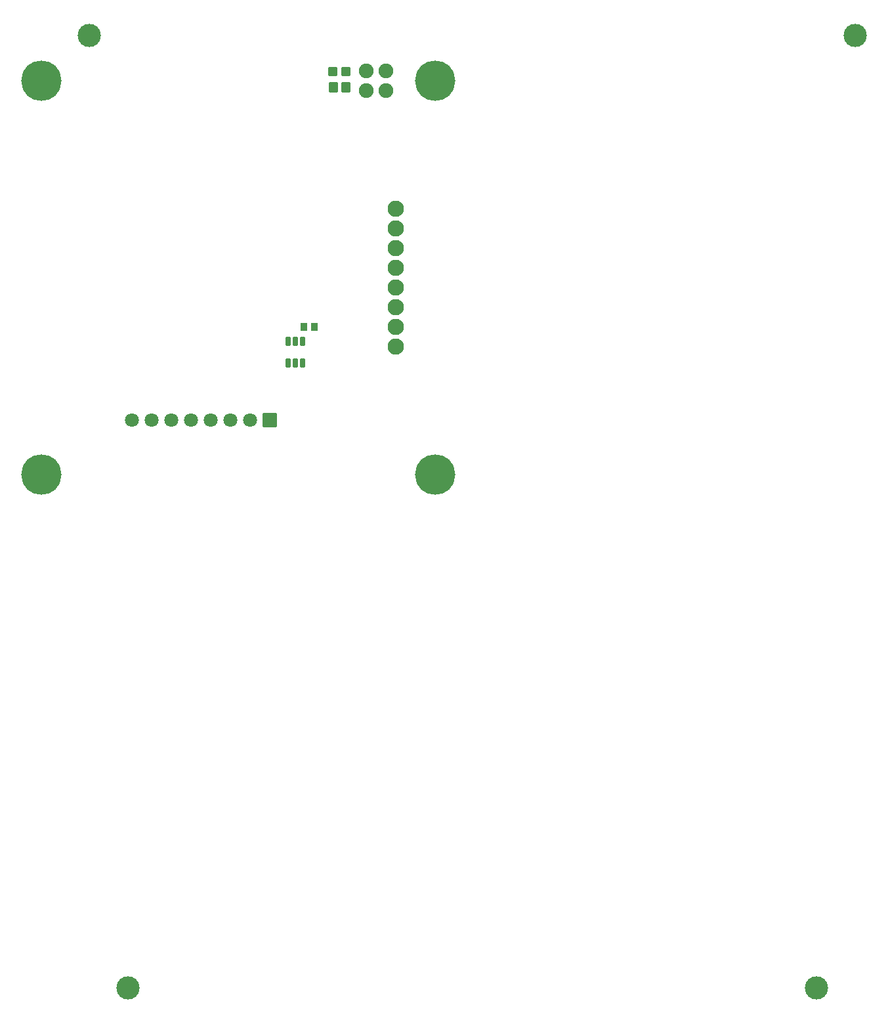
<source format=gts>
G04 Layer: TopSolderMaskLayer*
G04 Panelize: V-CUT, Column: 2, Row: 2, Board Size: 58.42mm x 58.42mm, Panelized Board Size: 118.84mm x 118.84mm*
G04 EasyEDA v6.5.32, 2023-07-25 14:04:49*
G04 01c93cbc548a4dda9c4b12d9fff3756e,5a6b42c53f6a479593ecc07194224c93,10*
G04 Gerber Generator version 0.2*
G04 Scale: 100 percent, Rotated: No, Reflected: No *
G04 Dimensions in millimeters *
G04 leading zeros omitted , absolute positions ,4 integer and 5 decimal *
%FSLAX45Y45*%
%MOMM*%

%AMMACRO1*1,1,$1,$2,$3*1,1,$1,$4,$5*1,1,$1,0-$2,0-$3*1,1,$1,0-$4,0-$5*20,1,$1,$2,$3,$4,$5,0*20,1,$1,$4,$5,0-$2,0-$3,0*20,1,$1,0-$2,0-$3,0-$4,0-$5,0*20,1,$1,0-$4,0-$5,$2,$3,0*4,1,4,$2,$3,$4,$5,0-$2,0-$3,0-$4,0-$5,$2,$3,0*%
%ADD10MACRO1,0.1016X-0.4X0.45X0.4X0.45*%
%ADD11MACRO1,0.1016X0.275X0.5X0.275X-0.5*%
%ADD12MACRO1,0.1016X-0.85X-0.85X0.85X-0.85*%
%ADD13C,1.8016*%
%ADD14MACRO1,0.2032X-0.45X-0.5X-0.45X0.5*%
%ADD15MACRO1,0.2032X0.5X-0.55X-0.5X-0.55*%
%ADD16C,5.2032*%
%ADD17C,1.9016*%
%ADD18C,2.1016*%
%ADD19C,3.0000*%

%LPD*%
D10*
G01*
X3905396Y2285994D03*
G01*
X3765397Y2285994D03*
D11*
G01*
X3752595Y1815792D03*
G01*
X3657600Y1815792D03*
G01*
X3562604Y1815792D03*
G01*
X3562604Y2095802D03*
G01*
X3657600Y2095802D03*
G01*
X3752595Y2095802D03*
D12*
G01*
X3331715Y1085006D03*
D13*
G01*
X3077718Y1085011D03*
G01*
X2823718Y1085011D03*
G01*
X2569718Y1085011D03*
G01*
X2315718Y1085011D03*
G01*
X2061718Y1085011D03*
G01*
X1807718Y1085011D03*
G01*
X1553718Y1085011D03*
D14*
G01*
X4144091Y5575292D03*
G01*
X4314090Y5575292D03*
D15*
G01*
X4149092Y5372100D03*
G01*
X4309097Y5372100D03*
D16*
G01*
X381000Y5461000D03*
G01*
X5461000Y5461000D03*
G01*
X5461000Y381000D03*
G01*
X381000Y381000D03*
D17*
G01*
X4572000Y5588000D03*
G01*
X4572000Y5334000D03*
G01*
X4826000Y5334000D03*
G01*
X4826000Y5588000D03*
D18*
G01*
X4956581Y2029205D03*
G01*
X4956581Y2283205D03*
G01*
X4956581Y2537205D03*
G01*
X4956581Y2791205D03*
G01*
X4956581Y3045205D03*
G01*
X4956581Y3299205D03*
G01*
X4956581Y3553205D03*
G01*
X4956581Y3807205D03*
D19*
G01*
X999997Y6041999D03*
G01*
X10884001Y6041999D03*
G01*
X1499996Y-6241999D03*
G01*
X10384002Y-6241999D03*
M02*

</source>
